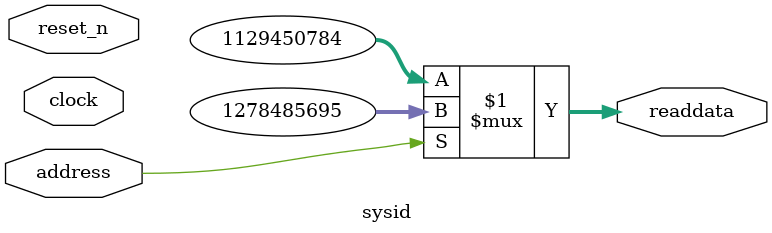
<source format=v>

`timescale 1ns / 1ps
// synthesis translate_on

// turn off superfluous verilog processor warnings 
// altera message_level Level1 
// altera message_off 10034 10035 10036 10037 10230 10240 10030 

module sysid (
               // inputs:
                address,
                clock,
                reset_n,

               // outputs:
                readdata
             )
;

  output  [ 31: 0] readdata;
  input            address;
  input            clock;
  input            reset_n;

  wire    [ 31: 0] readdata;
  //control_slave, which is an e_avalon_slave
  assign readdata = address ? 1278485695 : 1129450784;

endmodule


</source>
